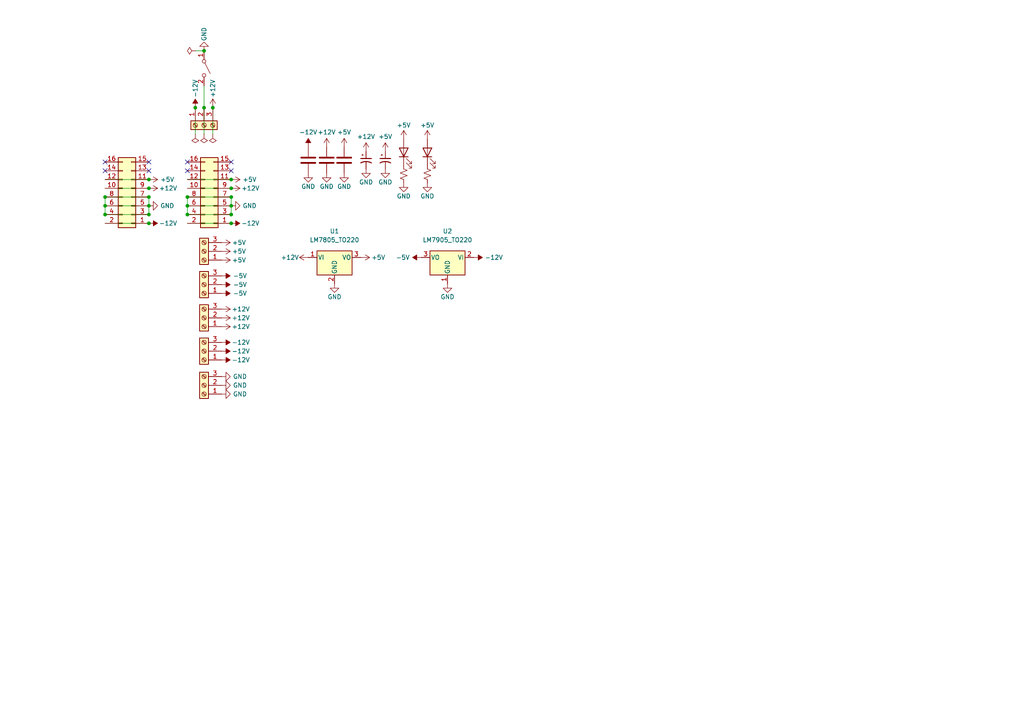
<source format=kicad_sch>
(kicad_sch (version 20211123) (generator eeschema)
  (paper "A4")
  (lib_symbols
    (symbol "Connector:Screw_Terminal_01x03" (pin_names (offset 1.016) hide)
      (property "Reference" "J" (at 0 5.08 0))
      (property "Value" "Screw_Terminal_01x03" (at 0 -5.08 0))
      (symbol "Screw_Terminal_01x03_1_1"
        (rectangle (start -1.27 3.81) (end 1.27 -3.81) (stroke (width 0.254)) (fill (type background)))
        (circle (center 0 -2.54) (radius 0.635) (stroke (width 0.1524)))
        (polyline (pts (xy -0.5334 -2.2098) (xy 0.3302 -3.048)) (stroke (width 0.1524)))
        (polyline (pts (xy -0.5334 0.3302) (xy 0.3302 -0.508)) (stroke (width 0.1524)))
        (polyline (pts (xy -0.5334 2.8702) (xy 0.3302 2.032)) (stroke (width 0.1524)))
        (polyline (pts (xy -0.3556 -2.032) (xy 0.508 -2.8702)) (stroke (width 0.1524)))
        (polyline (pts (xy -0.3556 0.508) (xy 0.508 -0.3302)) (stroke (width 0.1524)))
        (polyline (pts (xy -0.3556 3.048) (xy 0.508 2.2098)) (stroke (width 0.1524)))
        (circle (center 0 0) (radius 0.635) (stroke (width 0.1524)))
        (circle (center 0 2.54) (radius 0.635) (stroke (width 0.1524)))
        (pin passive line (at -5.08 2.54 0) (length 3.81) (name "Pin_1") (number "1"))
        (pin passive line (at -5.08 0 0) (length 3.81) (name "Pin_2") (number "2"))
        (pin passive line (at -5.08 -2.54 0) (length 3.81) (name "Pin_3") (number "3"))
      )
    )
    (symbol "Connector_Generic:Conn_02x08_Odd_Even" (pin_names (offset 1.016) hide)
      (property "Reference" "J" (at 1.27 10.16 0))
      (property "Value" "Conn_02x08_Odd_Even" (at 1.27 -12.7 0))
      (symbol "Conn_02x08_Odd_Even_1_1"
        (rectangle (start -1.27 -10.033) (end 0 -10.287) (stroke (width 0.1524)))
        (rectangle (start -1.27 -7.493) (end 0 -7.747) (stroke (width 0.1524)))
        (rectangle (start -1.27 -4.953) (end 0 -5.207) (stroke (width 0.1524)))
        (rectangle (start -1.27 -2.413) (end 0 -2.667) (stroke (width 0.1524)))
        (rectangle (start -1.27 0.127) (end 0 -0.127) (stroke (width 0.1524)))
        (rectangle (start -1.27 2.667) (end 0 2.413) (stroke (width 0.1524)))
        (rectangle (start -1.27 5.207) (end 0 4.953) (stroke (width 0.1524)))
        (rectangle (start -1.27 7.747) (end 0 7.493) (stroke (width 0.1524)))
        (rectangle (start -1.27 8.89) (end 3.81 -11.43) (stroke (width 0.254)) (fill (type background)))
        (rectangle (start 3.81 -10.033) (end 2.54 -10.287) (stroke (width 0.1524)))
        (rectangle (start 3.81 -7.493) (end 2.54 -7.747) (stroke (width 0.1524)))
        (rectangle (start 3.81 -4.953) (end 2.54 -5.207) (stroke (width 0.1524)))
        (rectangle (start 3.81 -2.413) (end 2.54 -2.667) (stroke (width 0.1524)))
        (rectangle (start 3.81 0.127) (end 2.54 -0.127) (stroke (width 0.1524)))
        (rectangle (start 3.81 2.667) (end 2.54 2.413) (stroke (width 0.1524)))
        (rectangle (start 3.81 5.207) (end 2.54 4.953) (stroke (width 0.1524)))
        (rectangle (start 3.81 7.747) (end 2.54 7.493) (stroke (width 0.1524)))
        (pin passive line (at -5.08 7.62 0) (length 3.81) (name "Pin_1") (number "1"))
        (pin passive line (at 7.62 -2.54 180) (length 3.81) (name "Pin_10") (number "10"))
        (pin passive line (at -5.08 -5.08 0) (length 3.81) (name "Pin_11") (number "11"))
        (pin passive line (at 7.62 -5.08 180) (length 3.81) (name "Pin_12") (number "12"))
        (pin passive line (at -5.08 -7.62 0) (length 3.81) (name "Pin_13") (number "13"))
        (pin passive line (at 7.62 -7.62 180) (length 3.81) (name "Pin_14") (number "14"))
        (pin passive line (at -5.08 -10.16 0) (length 3.81) (name "Pin_15") (number "15"))
        (pin passive line (at 7.62 -10.16 180) (length 3.81) (name "Pin_16") (number "16"))
        (pin passive line (at 7.62 7.62 180) (length 3.81) (name "Pin_2") (number "2"))
        (pin passive line (at -5.08 5.08 0) (length 3.81) (name "Pin_3") (number "3"))
        (pin passive line (at 7.62 5.08 180) (length 3.81) (name "Pin_4") (number "4"))
        (pin passive line (at -5.08 2.54 0) (length 3.81) (name "Pin_5") (number "5"))
        (pin passive line (at 7.62 2.54 180) (length 3.81) (name "Pin_6") (number "6"))
        (pin passive line (at -5.08 0 0) (length 3.81) (name "Pin_7") (number "7"))
        (pin passive line (at 7.62 0 180) (length 3.81) (name "Pin_8") (number "8"))
        (pin passive line (at -5.08 -2.54 0) (length 3.81) (name "Pin_9") (number "9"))
      )
    )
    (symbol "Device:C" (pin_numbers hide) (pin_names (offset 0.254))
      (property "Reference" "C" (at 0.635 2.54 0))
      (property "Value" "C" (at 0.635 -2.54 0))
      (symbol "C_0_1"
        (polyline (pts (xy -2.032 -0.762) (xy 2.032 -0.762)) (stroke (width 0.508)))
        (polyline (pts (xy -2.032 0.762) (xy 2.032 0.762)) (stroke (width 0.508)))
      )
      (symbol "C_1_1"
        (pin passive line (at 0 3.81 270) (length 2.794) (name "~") (number "1"))
        (pin passive line (at 0 -3.81 90) (length 2.794) (name "~") (number "2"))
      )
    )
    (symbol "Device:C_Polarized_Small_US" (pin_numbers hide) (pin_names (offset 0.254) hide)
      (property "Reference" "C" (at 0.254 1.778 0))
      (property "Value" "C_Polarized_Small_US" (at 0.254 -2.032 0))
      (symbol "C_Polarized_Small_US_0_1"
        (polyline (pts (xy -1.524 0.508) (xy 1.524 0.508)) (stroke (width 0.3048)))
        (polyline (pts (xy -1.27 1.524) (xy -0.762 1.524)))
        (polyline (pts (xy -1.016 1.27) (xy -1.016 1.778)))
        (arc (start 1.524 -0.762) (mid 0 -0.3734) (end -1.524 -0.762) (stroke (width 0.3048)))
      )
      (symbol "C_Polarized_Small_US_1_1"
        (pin passive line (at 0 2.54 270) (length 2.032) (name "~") (number "1"))
        (pin passive line (at 0 -2.54 90) (length 2.032) (name "~") (number "2"))
      )
    )
    (symbol "Device:LED" (pin_numbers hide) (pin_names (offset 1.016) hide)
      (property "Reference" "D" (at 0 2.54 0))
      (property "Value" "LED" (at 0 -2.54 0))
      (symbol "LED_0_1"
        (polyline (pts (xy -1.27 -1.27) (xy -1.27 1.27)) (stroke (width 0.254)))
        (polyline (pts (xy -1.27 0) (xy 1.27 0)))
        (polyline (pts (xy 1.27 -1.27) (xy 1.27 1.27) (xy -1.27 0) (xy 1.27 -1.27)) (stroke (width 0.254)))
        (polyline (pts (xy -3.048 -0.762) (xy -4.572 -2.286) (xy -3.81 -2.286) (xy -4.572 -2.286) (xy -4.572 -1.524)))
        (polyline (pts (xy -1.778 -0.762) (xy -3.302 -2.286) (xy -2.54 -2.286) (xy -3.302 -2.286) (xy -3.302 -1.524)))
      )
      (symbol "LED_1_1"
        (pin passive line (at -3.81 0 0) (length 2.54) (name "K") (number "1"))
        (pin passive line (at 3.81 0 180) (length 2.54) (name "A") (number "2"))
      )
    )
    (symbol "Device:R_Small_US" (pin_numbers hide) (pin_names (offset 0.254) hide)
      (property "Reference" "R" (at 0.762 0.508 0))
      (property "Value" "R_Small_US" (at 0.762 -1.016 0))
      (symbol "R_Small_US_1_1"
        (polyline (pts (xy 0 0) (xy 1.016 -0.381) (xy 0 -0.762) (xy -1.016 -1.143) (xy 0 -1.524)))
        (polyline (pts (xy 0 1.524) (xy 1.016 1.143) (xy 0 0.762) (xy -1.016 0.381) (xy 0 0)))
        (pin passive line (at 0 2.54 270) (length 1.016) (name "~") (number "1"))
        (pin passive line (at 0 -2.54 90) (length 1.016) (name "~") (number "2"))
      )
    )
    (symbol "Regulator_Linear:LM7805_TO220" (pin_names (offset 0.254))
      (property "Reference" "U" (at -3.81 3.175 0))
      (property "Value" "LM7805_TO220" (at 0 3.175 0))
      (symbol "LM7805_TO220_0_1"
        (rectangle (start -5.08 1.905) (end 5.08 -5.08) (stroke (width 0.254)) (fill (type background)))
      )
      (symbol "LM7805_TO220_1_1"
        (pin power_in line (at -7.62 0 0) (length 2.54) (name "VI") (number "1"))
        (pin power_in line (at 0 -7.62 90) (length 2.54) (name "GND") (number "2"))
        (pin power_out line (at 7.62 0 180) (length 2.54) (name "VO") (number "3"))
      )
    )
    (symbol "Regulator_Linear:LM7905_TO220" (pin_names (offset 0.254))
      (property "Reference" "U" (at -3.81 -3.175 0))
      (property "Value" "LM7905_TO220" (at 0 -3.175 0))
      (symbol "LM7905_TO220_0_1"
        (rectangle (start -5.08 5.08) (end 5.08 -1.905) (stroke (width 0.254)) (fill (type background)))
      )
      (symbol "LM7905_TO220_1_1"
        (pin power_in line (at 0 7.62 270) (length 2.54) (name "GND") (number "1"))
        (pin power_in line (at -7.62 0 0) (length 2.54) (name "VI") (number "2"))
        (pin power_out line (at 7.62 0 180) (length 2.54) (name "VO") (number "3"))
      )
    )
    (symbol "Switch:SW_SPST" (pin_names (offset 0) hide)
      (property "Reference" "SW" (at 0 3.175 0))
      (property "Value" "SW_SPST" (at 0 -2.54 0))
      (symbol "SW_SPST_0_0"
        (circle (center -2.032 0) (radius 0.508))
        (polyline (pts (xy -1.524 0.254) (xy 1.524 1.778)))
        (circle (center 2.032 0) (radius 0.508))
      )
      (symbol "SW_SPST_1_1"
        (pin passive line (at -5.08 0 0) (length 2.54) (name "A") (number "1"))
        (pin passive line (at 5.08 0 180) (length 2.54) (name "B") (number "2"))
      )
    )
    (symbol "power:+12V" (power) (pin_names (offset 0))
      (property "Value" "+12V" (at 0 3.556 0))
      (symbol "+12V_0_1"
        (polyline (pts (xy -0.762 1.27) (xy 0 2.54)))
        (polyline (pts (xy 0 0) (xy 0 2.54)))
        (polyline (pts (xy 0 2.54) (xy 0.762 1.27)))
      )
      (symbol "+12V_1_1"
        (pin power_in line (at 0 0 90) (length 0) hide (name "+12V") (number "1"))
      )
    )
    (symbol "power:+5V" (power) (pin_names (offset 0))
      (property "Value" "+5V" (at 0 3.556 0))
      (symbol "+5V_0_1"
        (polyline (pts (xy -0.762 1.27) (xy 0 2.54)))
        (polyline (pts (xy 0 0) (xy 0 2.54)))
        (polyline (pts (xy 0 2.54) (xy 0.762 1.27)))
      )
      (symbol "+5V_1_1"
        (pin power_in line (at 0 0 90) (length 0) hide (name "+5V") (number "1"))
      )
    )
    (symbol "power:-12V" (power) (pin_names (offset 0))
      (property "Value" "-12V" (at 0 3.81 0))
      (symbol "-12V_0_0"
        (pin power_in line (at 0 0 90) (length 0) hide (name "-12V") (number "1"))
      )
      (symbol "-12V_0_1"
        (polyline (pts (xy 0 0) (xy 0 1.27) (xy 0.762 1.27) (xy 0 2.54) (xy -0.762 1.27) (xy 0 1.27)) (fill (type outline)))
      )
    )
    (symbol "power:-5V" (power) (pin_names (offset 0))
      (property "Value" "-5V" (at 0 3.81 0))
      (symbol "-5V_0_0"
        (pin power_in line (at 0 0 90) (length 0) hide (name "-5V") (number "1"))
      )
      (symbol "-5V_0_1"
        (polyline (pts (xy 0 0) (xy 0 1.27) (xy 0.762 1.27) (xy 0 2.54) (xy -0.762 1.27) (xy 0 1.27)) (fill (type outline)))
      )
    )
    (symbol "power:GND" (power) (pin_names (offset 0))
      (property "Value" "GND" (at 0 -3.81 0))
      (symbol "GND_0_1"
        (polyline (pts (xy 0 0) (xy 0 -1.27) (xy 1.27 -1.27) (xy 0 -2.54) (xy -1.27 -1.27) (xy 0 -1.27)))
      )
      (symbol "GND_1_1"
        (pin power_in line (at 0 0 270) (length 0) hide (name "GND") (number "1"))
      )
    )
    (symbol "power:PWR_FLAG" (power) (pin_numbers hide) (pin_names (offset 0) hide)
      (property "Value" "PWR_FLAG" (at 0 3.81 0))
      (symbol "PWR_FLAG_0_0"
        (pin power_out line (at 0 0 90) (length 0) (name "pwr") (number "1"))
      )
      (symbol "PWR_FLAG_0_1"
        (polyline (pts (xy 0 0) (xy 0 1.27) (xy -1.016 1.905) (xy 0 2.54) (xy 1.016 1.905) (xy 0 1.27)))
      )
    )
  )
  (junction (at 43.18 59.69))
  (junction (at 30.48 57.15))
  (junction (at 56.642 31.242))
  (junction (at 30.48 59.69))
  (junction (at 43.18 57.15))
  (junction (at 67.056 59.69))
  (junction (at 67.056 64.77))
  (junction (at 61.722 31.242))
  (junction (at 43.18 54.61))
  (junction (at 59.182 14.732))
  (junction (at 67.056 54.61))
  (junction (at 54.356 62.23))
  (junction (at 43.18 62.23))
  (junction (at 54.356 59.69))
  (junction (at 67.056 62.23))
  (junction (at 54.356 57.15))
  (junction (at 30.48 62.23))
  (junction (at 43.18 64.77))
  (junction (at 67.056 52.07))
  (junction (at 43.18 52.07))
  (junction (at 59.182 31.242))
  (junction (at 67.056 57.15))
  (no_connect (at 67.056 46.99))
  (no_connect (at 67.056 49.53))
  (no_connect (at 54.356 49.53))
  (no_connect (at 54.356 46.99))
  (no_connect (at 43.18 46.99))
  (no_connect (at 43.18 49.53))
  (no_connect (at 30.48 49.53))
  (no_connect (at 30.48 46.99))
  (wire (pts (xy 54.356 57.15) (xy 67.056 57.15)))
  (wire (pts (xy 67.056 62.23) (xy 67.056 59.69)))
  (wire (pts (xy 67.056 59.69) (xy 67.056 57.15)))
  (wire (pts (xy 61.722 31.242) (xy 61.722 38.862)))
  (wire (pts (xy 54.356 54.61) (xy 67.056 54.61)))
  (wire (pts (xy 56.642 31.242) (xy 56.642 38.862)))
  (wire (pts (xy 54.356 62.23) (xy 54.356 59.69)))
  (wire (pts (xy 30.48 64.77) (xy 43.18 64.77)))
  (wire (pts (xy 59.182 24.892) (xy 59.182 31.242)))
  (wire (pts (xy 59.182 31.242) (xy 59.182 38.862)))
  (wire (pts (xy 30.48 62.23) (xy 30.48 59.69)))
  (wire (pts (xy 59.182 14.732) (xy 56.896 14.732)))
  (wire (pts (xy 30.48 54.61) (xy 43.18 54.61)))
  (wire (pts (xy 43.18 59.69) (xy 43.18 57.15)))
  (wire (pts (xy 30.48 59.69) (xy 43.18 59.69)))
  (wire (pts (xy 54.356 59.69) (xy 67.056 59.69)))
  (wire (pts (xy 30.48 57.15) (xy 43.18 57.15)))
  (wire (pts (xy 30.48 62.23) (xy 43.18 62.23)))
  (wire (pts (xy 54.356 52.07) (xy 67.056 52.07)))
  (wire (pts (xy 54.356 64.77) (xy 67.056 64.77)))
  (wire (pts (xy 54.356 62.23) (xy 67.056 62.23)))
  (wire (pts (xy 43.18 62.23) (xy 43.18 59.69)))
  (wire (pts (xy 30.48 52.07) (xy 43.18 52.07)))
  (wire (pts (xy 54.356 59.69) (xy 54.356 57.15)))
  (wire (pts (xy 30.48 59.69) (xy 30.48 57.15)))
  (symbol (lib_id "Device:LED") (at 117.094 44.196 90) (unit 1)
    (property "Reference" "D1" (effects hide))
    (property "Value" "LED" (effects hide))
    (property "Footprint" "LED_SMD:LED_0805_2012Metric-Blue" (effects hide))
  )
  (symbol (lib_id "Device:LED") (at 123.952 44.196 90) (unit 1)
    (property "Reference" "D2" (effects hide))
    (property "Value" "LED" (effects hide))
    (property "Footprint" "LED_THT:LED_D3.0mm" (effects hide))
  )
  (symbol (lib_id "power:+5V") (at 67.056 52.07 270) (unit 1)
    (property "Reference" "#PWR04" (effects hide))
    (property "Value" "+5V" (at 72.39 52.07 90))
  )
  (symbol (lib_id "power:+5V") (at 99.822 42.672 0) (unit 1)
    (property "Reference" "#PWR013" (effects hide))
    (property "Value" "+5V" (at 99.822 38.354 0))
  )
  (symbol (lib_id "power:-12V") (at 67.056 64.77 270) (unit 1)
    (property "Reference" "#PWR07" (effects hide))
    (property "Value" "-12V" (at 72.644 64.77 90))
  )
  (symbol (lib_id "Device:C") (at 99.822 46.482 0) (unit 1)
    (property "Reference" "C3" (effects hide))
    (property "Value" "C" (effects hide))
    (property "Footprint" "Capacitor_SMD:C_0805_2012Metric" (effects hide))
  )
  (symbol (lib_id "power:GND") (at 64.262 114.3 90) (mirror x) (unit 1)
    (property "Reference" "#PWR042" (effects hide))
    (property "Value" "GND" (at 69.596 114.3 90))
  )
  (symbol (lib_id "Connector:Screw_Terminal_01x03") (at 59.182 36.322 90) (mirror x) (unit 1)
    (property "Reference" "J1" (effects hide))
    (property "Value" "Screw_Terminal_01x04" (effects hide))
    (property "Footprint" "TerminalBlock_Phoenix:TerminalBlock_Phoenix_MKDS-1,5-3-5.08_1x03_P5.08mm_Horizontal" (effects hide))
  )
  (symbol (lib_id "power:GND") (at 64.262 111.76 90) (mirror x) (unit 1)
    (property "Reference" "#PWR041" (effects hide))
    (property "Value" "GND" (at 69.596 111.76 90))
  )
  (symbol (lib_id "power:+5V") (at 111.76 43.942 0) (unit 1)
    (property "Reference" "#PWR017" (effects hide))
    (property "Value" "+5V" (at 111.76 39.624 0))
  )
  (symbol (lib_id "Switch:SW_SPST") (at 59.182 19.812 270) (unit 1)
    (property "Reference" "SW1" (effects hide))
    (property "Value" "SW_SPST" (effects hide))
    (property "Footprint" "Connector_PinHeader_2.54mm:PinHeader_1x02_P2.54mm_Vertical" (effects hide))
  )
  (symbol (lib_id "power:+12V") (at 61.722 31.242 0) (unit 1)
    (property "Reference" "#PWR02" (effects hide))
    (property "Value" "+12V" (at 61.722 25.654 90))
  )
  (symbol (lib_id "power:PWR_FLAG") (at 56.642 38.862 180) (unit 1)
    (property "Reference" "#FLG01" (effects hide))
    (property "Value" "PWR_FLAG" (effects hide))
  )
  (symbol (lib_id "power:-5V") (at 122.174 74.676 90) (unit 1)
    (property "Reference" "#PWR029" (effects hide))
    (property "Value" "-5V" (at 118.872 74.676 90) (effects (justify left)))
  )
  (symbol (lib_id "power:+5V") (at 43.18 52.07 270) (unit 1)
    (property "Reference" "#PWR043" (effects hide))
    (property "Value" "+5V" (at 48.514 52.07 90))
  )
  (symbol (lib_id "power:+12V") (at 67.056 54.61 270) (unit 1)
    (property "Reference" "#PWR05" (effects hide))
    (property "Value" "+12V" (at 72.644 54.61 90))
  )
  (symbol (lib_id "Connector:Screw_Terminal_01x03") (at 59.182 82.55 180) (unit 1)
    (property "Reference" "J4" (effects hide))
    (property "Value" "Screw_Terminal_01x04" (effects hide))
    (property "Footprint" "TerminalBlock_Phoenix:TerminalBlock_Phoenix_MKDS-1,5-3-5.08_1x03_P5.08mm_Horizontal" (effects hide))
  )
  (symbol (lib_id "power:-12V") (at 64.262 104.394 270) (unit 1)
    (property "Reference" "#PWR037" (effects hide))
    (property "Value" "-12V" (at 69.85 104.394 90))
  )
  (symbol (lib_id "power:-12V") (at 137.414 74.676 270) (unit 1)
    (property "Reference" "#PWR031" (effects hide))
    (property "Value" "-12V" (at 143.256 74.676 90))
  )
  (symbol (lib_id "power:PWR_FLAG") (at 61.722 38.862 180) (unit 1)
    (property "Reference" "#FLG03" (effects hide))
    (property "Value" "PWR_FLAG" (effects hide))
  )
  (symbol (lib_id "power:-5V") (at 64.262 82.55 270) (unit 1)
    (property "Reference" "#PWR024" (effects hide))
    (property "Value" "-5V" (at 67.564 82.55 90) (effects (justify left)))
  )
  (symbol (lib_id "power:GND") (at 111.76 49.022 0) (mirror y) (unit 1)
    (property "Reference" "#PWR018" (effects hide))
    (property "Value" "GND" (at 111.76 52.832 0))
  )
  (symbol (lib_id "power:PWR_FLAG") (at 59.182 38.862 180) (unit 1)
    (property "Reference" "#FLG02" (effects hide))
    (property "Value" "PWR_FLAG" (effects hide))
  )
  (symbol (lib_id "Device:C_Polarized_Small_US") (at 111.76 46.482 0) (unit 1)
    (property "Reference" "C5" (effects hide))
    (property "Value" "C_Polarized_Small_US" (effects hide))
    (property "Footprint" "Capacitor_SMD:CP_Elec_6.3x7.7" (effects hide))
  )
  (symbol (lib_id "Device:C") (at 89.408 46.482 0) (unit 1)
    (property "Reference" "C1" (effects hide))
    (property "Value" "C" (effects hide))
    (property "Footprint" "Capacitor_SMD:C_0805_2012Metric" (effects hide))
  )
  (symbol (lib_id "power:+5V") (at 64.262 70.358 270) (mirror x) (unit 1)
    (property "Reference" "#PWR03" (effects hide))
    (property "Value" "+5V" (at 69.342 70.358 90))
  )
  (symbol (lib_id "Connector:Screw_Terminal_01x03") (at 59.182 101.854 180) (unit 1)
    (property "Reference" "J6" (effects hide))
    (property "Value" "Screw_Terminal_01x04" (effects hide))
    (property "Footprint" "TerminalBlock_Phoenix:TerminalBlock_Phoenix_MKDS-1,5-3-5.08_1x03_P5.08mm_Horizontal" (effects hide))
  )
  (symbol (lib_id "Device:C_Polarized_Small_US") (at 106.172 46.482 0) (unit 1)
    (property "Reference" "C4" (effects hide))
    (property "Value" "C_Polarized_Small_US" (effects hide))
    (property "Footprint" "Capacitor_SMD:CP_Elec_6.3x7.7" (effects hide))
  )
  (symbol (lib_id "power:-12V") (at 43.18 64.77 270) (unit 1)
    (property "Reference" "#PWR046" (effects hide))
    (property "Value" "-12V" (at 48.768 64.77 90))
  )
  (symbol (lib_id "power:-12V") (at 64.262 99.314 270) (unit 1)
    (property "Reference" "#PWR035" (effects hide))
    (property "Value" "-12V" (at 69.85 99.314 90))
  )
  (symbol (lib_id "power:GND") (at 67.056 59.69 90) (mirror x) (unit 1)
    (property "Reference" "#PWR06" (effects hide))
    (property "Value" "GND" (at 72.39 59.69 90))
  )
  (symbol (lib_id "power:-12V") (at 56.642 31.242 0) (unit 1)
    (property "Reference" "#PWR01" (effects hide))
    (property "Value" "-12V" (at 56.642 25.654 90))
  )
  (symbol (lib_id "Connector:Screw_Terminal_01x03") (at 59.182 92.202 180) (unit 1)
    (property "Reference" "J5" (effects hide))
    (property "Value" "Screw_Terminal_01x04" (effects hide))
    (property "Footprint" "TerminalBlock_Phoenix:TerminalBlock_Phoenix_MKDS-1,5-3-5.08_1x03_P5.08mm_Horizontal" (effects hide))
  )
  (symbol (lib_id "power:-12V") (at 64.262 101.854 270) (unit 1)
    (property "Reference" "#PWR036" (effects hide))
    (property "Value" "-12V" (at 69.85 101.854 90))
  )
  (symbol (lib_id "Device:R_Small_US") (at 117.094 50.546 0) (unit 1)
    (property "Reference" "R1" (effects hide))
    (property "Value" "R_Small_US" (effects hide))
    (property "Footprint" "Resistor_SMD:R_0805_2012Metric" (effects hide))
  )
  (symbol (lib_id "power:GND") (at 106.172 49.022 0) (mirror y) (unit 1)
    (property "Reference" "#PWR016" (effects hide))
    (property "Value" "GND" (at 106.172 52.832 0))
  )
  (symbol (lib_id "power:PWR_FLAG") (at 56.896 14.732 90) (unit 1)
    (property "Reference" "#FLG04" (effects hide))
    (property "Value" "PWR_FLAG" (effects hide))
  )
  (symbol (lib_id "power:GND") (at 94.742 50.292 0) (mirror y) (unit 1)
    (property "Reference" "#PWR012" (effects hide))
    (property "Value" "GND" (at 94.742 54.102 0))
  )
  (symbol (lib_id "power:GND") (at 43.18 59.69 90) (mirror x) (unit 1)
    (property "Reference" "#PWR045" (effects hide))
    (property "Value" "GND" (at 48.514 59.69 90))
  )
  (symbol (lib_id "power:+12V") (at 64.262 94.742 270) (unit 1)
    (property "Reference" "#PWR034" (effects hide))
    (property "Value" "+12V" (at 69.85 94.742 90))
  )
  (symbol (lib_id "power:+5V") (at 117.094 40.386 0) (mirror y) (unit 1)
    (property "Reference" "#PWR019" (effects hide))
    (property "Value" "+5V" (at 117.094 36.322 0))
  )
  (symbol (lib_id "power:GND") (at 97.028 82.296 0) (mirror y) (unit 1)
    (property "Reference" "#PWR027" (effects hide))
    (property "Value" "GND" (at 97.028 86.106 0))
  )
  (symbol (lib_id "Connector_Generic:Conn_02x08_Odd_Even") (at 61.976 57.15 180) (unit 1)
    (property "Reference" "J2" (effects hide))
    (property "Value" "Conn_02x20_Odd_Even" (effects hide))
    (property "Footprint" "Connector_IDC:IDC-Header_2x08_P2.54mm_Vertical" (effects hide))
    (property "Field5" "CONNECTIONS" (effects hide))
  )
  (symbol (lib_id "Regulator_Linear:LM7905_TO220") (at 129.794 74.676 180) (unit 1)
    (property "Reference" "U2" (at 129.794 67.056 0))
    (property "Value" "LM7905_TO220" (at 129.794 69.596 0))
    (property "Footprint" "Package_TO_SOT_THT:TO-220-3_Vertical" (effects hide))
    (property "Datasheet" "https://www.onsemi.com/pub/Collateral/MC7900-D.PDF" (effects hide))
  )
  (symbol (lib_id "Connector_Generic:Conn_02x08_Odd_Even") (at 38.1 57.15 180) (unit 1)
    (property "Reference" "J8" (effects hide))
    (property "Value" "Conn_02x20_Odd_Even" (effects hide))
    (property "Footprint" "Connector_IDC:IDC-Header_2x08_P2.54mm_Vertical" (effects hide))
    (property "Field5" "CONNECTIONS" (effects hide))
  )
  (symbol (lib_id "power:+5V") (at 104.648 74.676 270) (mirror x) (unit 1)
    (property "Reference" "#PWR028" (effects hide))
    (property "Value" "+5V" (at 109.728 74.676 90))
  )
  (symbol (lib_id "power:+5V") (at 64.262 72.898 270) (mirror x) (unit 1)
    (property "Reference" "#PWR021" (effects hide))
    (property "Value" "+5V" (at 69.342 72.898 90))
  )
  (symbol (lib_id "power:GND") (at 117.094 53.086 0) (mirror y) (unit 1)
    (property "Reference" "#PWR020" (effects hide))
    (property "Value" "GND" (at 117.094 56.896 0))
  )
  (symbol (lib_id "power:GND") (at 59.182 14.732 0) (mirror x) (unit 1)
    (property "Reference" "#PWR08" (effects hide))
    (property "Value" "GND" (at 59.182 9.906 90))
  )
  (symbol (lib_id "power:+12V") (at 64.262 89.662 270) (unit 1)
    (property "Reference" "#PWR032" (effects hide))
    (property "Value" "+12V" (at 69.85 89.662 90))
  )
  (symbol (lib_id "power:+12V") (at 89.408 74.676 90) (unit 1)
    (property "Reference" "#PWR026" (effects hide))
    (property "Value" "+12V" (at 84.074 74.676 90))
  )
  (symbol (lib_id "Connector:Screw_Terminal_01x03") (at 59.182 72.898 180) (unit 1)
    (property "Reference" "J3" (effects hide))
    (property "Value" "Screw_Terminal_01x04" (effects hide))
    (property "Footprint" "TerminalBlock_Phoenix:TerminalBlock_Phoenix_MKDS-1,5-3-5.08_1x03_P5.08mm_Horizontal" (effects hide))
  )
  (symbol (lib_id "power:+12V") (at 43.18 54.61 270) (unit 1)
    (property "Reference" "#PWR044" (effects hide))
    (property "Value" "+12V" (at 48.768 54.61 90))
  )
  (symbol (lib_id "power:GND") (at 89.408 50.292 0) (mirror y) (unit 1)
    (property "Reference" "#PWR010" (effects hide))
    (property "Value" "GND" (at 89.408 54.102 0))
  )
  (symbol (lib_id "power:GND") (at 64.262 109.22 90) (mirror x) (unit 1)
    (property "Reference" "#PWR040" (effects hide))
    (property "Value" "GND" (at 69.596 109.22 90))
  )
  (symbol (lib_id "power:GND") (at 123.952 53.086 0) (mirror y) (unit 1)
    (property "Reference" "#PWR039" (effects hide))
    (property "Value" "GND" (at 123.952 56.896 0))
  )
  (symbol (lib_id "Regulator_Linear:LM7805_TO220") (at 97.028 74.676 0) (unit 1)
    (property "Reference" "U1" (at 97.028 67.056 0))
    (property "Value" "LM7805_TO220" (at 97.028 69.596 0))
    (property "Footprint" "Package_TO_SOT_THT:TO-220-3_Vertical" (effects hide))
    (property "Datasheet" "https://www.onsemi.cn/PowerSolutions/document/MC7800-D.PDF" (effects hide))
  )
  (symbol (lib_id "power:+12V") (at 64.262 92.202 270) (unit 1)
    (property "Reference" "#PWR033" (effects hide))
    (property "Value" "+12V" (at 69.85 92.202 90))
  )
  (symbol (lib_id "power:+5V") (at 64.262 75.438 270) (mirror x) (unit 1)
    (property "Reference" "#PWR022" (effects hide))
    (property "Value" "+5V" (at 69.342 75.438 90))
  )
  (symbol (lib_id "power:+12V") (at 106.172 43.942 0) (unit 1)
    (property "Reference" "#PWR015" (effects hide))
    (property "Value" "+12V" (at 106.172 39.624 0))
  )
  (symbol (lib_id "power:GND") (at 99.822 50.292 0) (mirror y) (unit 1)
    (property "Reference" "#PWR014" (effects hide))
    (property "Value" "GND" (at 99.822 54.102 0))
  )
  (symbol (lib_id "power:-12V") (at 89.408 42.672 0) (unit 1)
    (property "Reference" "#PWR09" (effects hide))
    (property "Value" "-12V" (at 89.408 38.354 0))
  )
  (symbol (lib_id "power:+5V") (at 123.952 40.386 0) (mirror y) (unit 1)
    (property "Reference" "#PWR038" (effects hide))
    (property "Value" "+5V" (at 123.952 36.322 0))
  )
  (symbol (lib_id "Device:C") (at 94.742 46.482 0) (unit 1)
    (property "Reference" "C2" (effects hide))
    (property "Value" "C" (effects hide))
    (property "Footprint" "Capacitor_SMD:C_0805_2012Metric" (effects hide))
  )
  (symbol (lib_id "Connector:Screw_Terminal_01x03") (at 59.182 111.76 180) (unit 1)
    (property "Reference" "J7" (effects hide))
    (property "Value" "Screw_Terminal_01x04" (effects hide))
    (property "Footprint" "TerminalBlock_Phoenix:TerminalBlock_Phoenix_MKDS-1,5-3-5.08_1x03_P5.08mm_Horizontal" (effects hide))
  )
  (symbol (lib_id "power:GND") (at 129.794 82.296 0) (mirror y) (unit 1)
    (property "Reference" "#PWR030" (effects hide))
    (property "Value" "GND" (at 129.794 86.106 0))
  )
  (symbol (lib_id "Device:R_Small_US") (at 123.952 50.546 0) (unit 1)
    (property "Reference" "R2" (effects hide))
    (property "Value" "R_Small_US" (effects hide))
    (property "Footprint" "Resistor_SMD:R_0805_2012Metric" (effects hide))
  )
  (symbol (lib_id "power:+12V") (at 94.742 42.672 0) (unit 1)
    (property "Reference" "#PWR011" (effects hide))
    (property "Value" "+12V" (at 94.742 38.354 0))
  )
  (symbol (lib_id "power:-5V") (at 64.262 85.09 270) (unit 1)
    (property "Reference" "#PWR025" (effects hide))
    (property "Value" "-5V" (at 67.564 85.09 90) (effects (justify left)))
  )
  (symbol (lib_id "power:-5V") (at 64.262 80.01 270) (unit 1)
    (property "Reference" "#PWR023" (effects hide))
    (property "Value" "-5V" (at 67.564 80.01 90) (effects (justify left)))
  )
)
</source>
